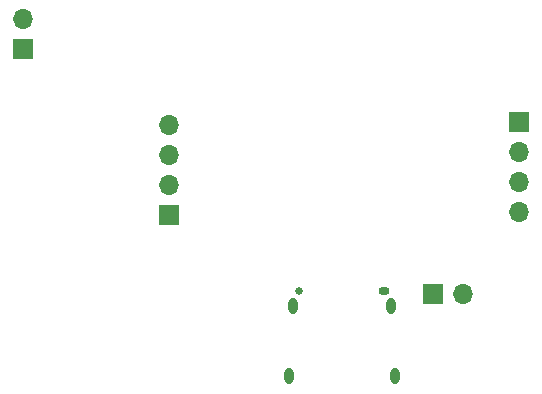
<source format=gbr>
%TF.GenerationSoftware,KiCad,Pcbnew,7.0.9-7.0.9~ubuntu22.04.1*%
%TF.CreationDate,2023-12-21T17:36:32+01:00*%
%TF.ProjectId,lidar 2 round,6c696461-7220-4322-9072-6f756e642e6b,rev?*%
%TF.SameCoordinates,Original*%
%TF.FileFunction,Soldermask,Bot*%
%TF.FilePolarity,Negative*%
%FSLAX46Y46*%
G04 Gerber Fmt 4.6, Leading zero omitted, Abs format (unit mm)*
G04 Created by KiCad (PCBNEW 7.0.9-7.0.9~ubuntu22.04.1) date 2023-12-21 17:36:32*
%MOMM*%
%LPD*%
G01*
G04 APERTURE LIST*
%ADD10R,1.700000X1.700000*%
%ADD11O,1.700000X1.700000*%
%ADD12C,0.650000*%
%ADD13O,0.950000X0.650000*%
%ADD14O,0.800000X1.400000*%
G04 APERTURE END LIST*
D10*
%TO.C,J4*%
X146710000Y-120750000D03*
D11*
X149250000Y-120750000D03*
%TD*%
D10*
%TO.C,J3*%
X124375000Y-114050000D03*
D11*
X124375000Y-111510000D03*
X124375000Y-108970000D03*
X124375000Y-106430000D03*
%TD*%
D10*
%TO.C,J2*%
X112000000Y-100025000D03*
D11*
X112000000Y-97485000D03*
%TD*%
D12*
%TO.C,J5*%
X135410000Y-120550000D03*
D13*
X142610000Y-120550000D03*
D14*
X134520000Y-127750000D03*
X134880000Y-121800000D03*
X143140000Y-121800000D03*
X143500000Y-127750000D03*
%TD*%
D10*
%TO.C,J1*%
X154000000Y-106250000D03*
D11*
X154000000Y-108790000D03*
X154000000Y-111330000D03*
X154000000Y-113870000D03*
%TD*%
M02*

</source>
